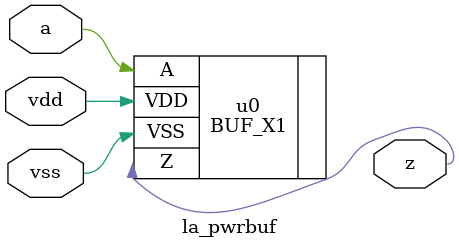
<source format=v>

module la_pwrbuf #(
                   parameter PROP = "DEFAULT"
                   )
   (
    input  vdd,
    input  vss,
    input  a,
    output z
    );

   BUF_X1 u0(.A(a), .Z(z), .VSS(vss), .VDD(vdd));

endmodule

</source>
